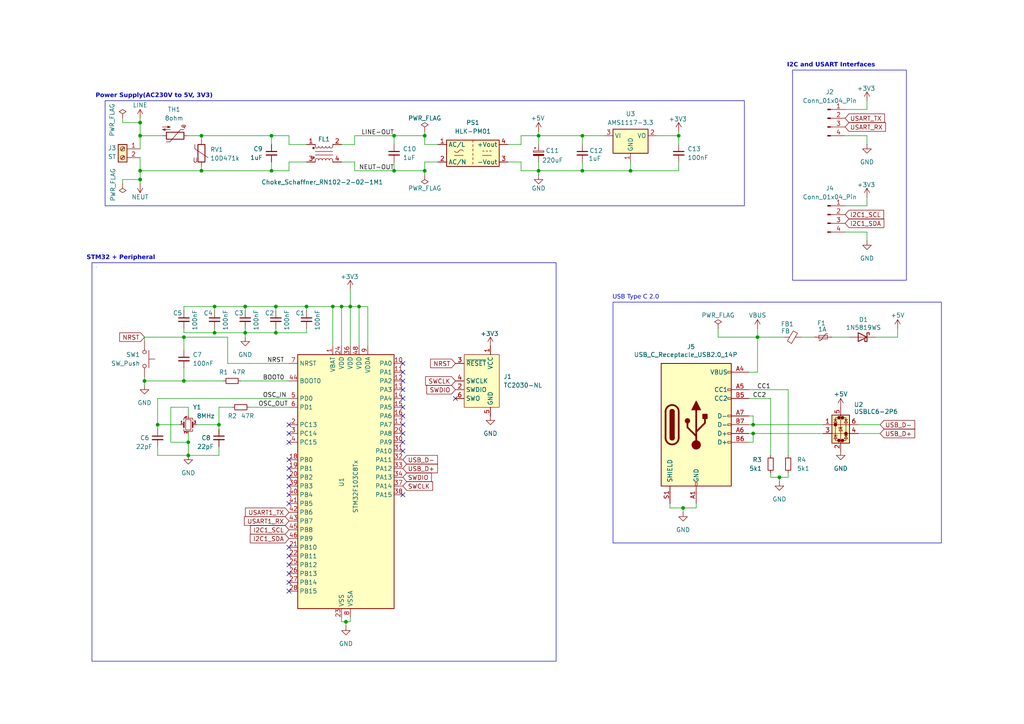
<source format=kicad_sch>
(kicad_sch (version 20231120) (generator "eeschema") (generator_version "8.0")
  (paper "A4")
  (title_block (title "STM32_base") (date "2024-03-10") (rev "0.1") (company "Pyae Sone Heine"))
  (lib_symbols
    (symbol "Connector:Conn_01x04_Pin" (pin_names (offset 1.016) hide)
      (property "Reference" "J" (at 0 5.08 0))
      (property "Value" "Conn_01x04_Pin" (at 0 -7.62 0))
      (symbol "Conn_01x04_Pin_1_1"
        (pin passive line (at 5.08 2.54 180) (length 3.81) (name "Pin_1") (number "1"))
        (pin passive line (at 5.08 0 180) (length 3.81) (name "Pin_2") (number "2"))
        (pin passive line (at 5.08 -2.54 180) (length 3.81) (name "Pin_3") (number "3"))
        (pin passive line (at 5.08 -5.08 180) (length 3.81) (name "Pin_4") (number "4"))
      )
    )
    (symbol "Connector:Conn_ARM_SWD_TagConnect_TC2030-NL" (in_bom no)
      (property "Reference" "J" (at 2.54 11.43 0))
      (property "Value" "Conn_ARM_SWD_TagConnect_TC2030-NL" (at 2.54 8.89 0))
      (symbol "Conn_ARM_SWD_TagConnect_TC2030-NL_0_0"
        (pin power_in line (at -2.54 10.16 270) (length 2.54) (name "VCC") (number "1"))
        (pin bidirectional line (at 7.62 -2.54 180) (length 2.54) (name "SWDIO") (number "2"))
        (pin open_collector line (at 7.62 5.08 180) (length 2.54) (name "~{RESET}") (number "3"))
        (pin output line (at 7.62 0 180) (length 2.54) (name "SWCLK") (number "4"))
        (pin power_in line (at -2.54 -10.16 90) (length 2.54) (name "GND") (number "5"))
        (pin input line (at 7.62 -5.08 180) (length 2.54) (name "SWO") (number "6"))
      )
    )
    (symbol "Connector:Screw_Terminal_01x02" (pin_names (offset 1.016) hide)
      (property "Reference" "J" (at 0 2.54 0))
      (property "Value" "Screw_Terminal_01x02" (at 0 -5.08 0))
      (symbol "Screw_Terminal_01x02_1_1"
        (pin passive line (at -5.08 0 0) (length 3.81) (name "Pin_1") (number "1"))
        (pin passive line (at -5.08 -2.54 0) (length 3.81) (name "Pin_2") (number "2"))
      )
    )
    (symbol "Connector:USB_C_Receptacle_USB2.0_14P" (pin_names (offset 1.016))
      (property "Reference" "J" (at 0 22.225 0))
      (property "Value" "USB_C_Receptacle_USB2.0_14P" (at 0 19.685 0))
      (symbol "USB_C_Receptacle_USB2.0_14P_1_1"
        (pin passive line (at 0 -22.86 90) (length 5.08) (name "GND") (number "A1"))
        (pin passive line (at 0 -22.86 90) (length 5.08) hide (name "GND") (number "A12"))
        (pin passive line (at 15.24 15.24 180) (length 5.08) (name "VBUS") (number "A4"))
        (pin bidirectional line (at 15.24 10.16 180) (length 5.08) (name "CC1") (number "A5"))
        (pin bidirectional line (at 15.24 -2.54 180) (length 5.08) (name "D+") (number "A6"))
        (pin bidirectional line (at 15.24 2.54 180) (length 5.08) (name "D-") (number "A7"))
        (pin passive line (at 15.24 15.24 180) (length 5.08) hide (name "VBUS") (number "A9"))
        (pin passive line (at 0 -22.86 90) (length 5.08) hide (name "GND") (number "B1"))
        (pin passive line (at 0 -22.86 90) (length 5.08) hide (name "GND") (number "B12"))
        (pin passive line (at 15.24 15.24 180) (length 5.08) hide (name "VBUS") (number "B4"))
        (pin bidirectional line (at 15.24 7.62 180) (length 5.08) (name "CC2") (number "B5"))
        (pin bidirectional line (at 15.24 -5.08 180) (length 5.08) (name "D+") (number "B6"))
        (pin bidirectional line (at 15.24 0 180) (length 5.08) (name "D-") (number "B7"))
        (pin passive line (at 15.24 15.24 180) (length 5.08) hide (name "VBUS") (number "B9"))
        (pin passive line (at -7.62 -22.86 90) (length 5.08) (name "SHIELD") (number "S1"))
      )
    )
    (symbol "Converter_ACDC:HLK-PM01"
      (property "Reference" "PS" (at 0 5.08 0))
      (property "Value" "HLK-PM01" (at 0 -5.08 0))
      (symbol "HLK-PM01_1_1"
        (pin power_in line (at -10.16 2.54 0) (length 2.54) (name "AC/L") (number "1"))
        (pin power_in line (at -10.16 -2.54 0) (length 2.54) (name "AC/N") (number "2"))
        (pin power_out line (at 10.16 -2.54 180) (length 2.54) (name "-Vout") (number "3"))
        (pin power_out line (at 10.16 2.54 180) (length 2.54) (name "+Vout") (number "4"))
      )
    )
    (symbol "Device:C_Polarized_Small" (pin_numbers hide) (pin_names (offset 0.254) hide)
      (property "Reference" "C" (at 0.254 1.778 0))
      (property "Value" "C_Polarized_Small" (at 0.254 -2.032 0))
      (symbol "C_Polarized_Small_1_1"
        (pin passive line (at 0 2.54 270) (length 1.8542) (name "~") (number "1"))
        (pin passive line (at 0 -2.54 90) (length 1.8542) (name "~") (number "2"))
      )
    )
    (symbol "Device:C_Small" (pin_numbers hide) (pin_names (offset 0.254) hide)
      (property "Reference" "C" (at 0.254 1.778 0))
      (property "Value" "C_Small" (at 0.254 -2.032 0))
      (symbol "C_Small_1_1"
        (pin passive line (at 0 2.54 270) (length 2.032) (name "~") (number "1"))
        (pin passive line (at 0 -2.54 90) (length 2.032) (name "~") (number "2"))
      )
    )
    (symbol "Device:Crystal_GND24_Small" (pin_names (offset 1.016) hide)
      (property "Reference" "Y" (at 1.27 4.445 0))
      (property "Value" "Crystal_GND24_Small" (at 1.27 2.54 0))
      (symbol "Crystal_GND24_Small_1_1"
        (pin passive line (at -2.54 0 0) (length 1.27) (name "1") (number "1"))
        (pin passive line (at 0 -2.54 90) (length 0.635) (name "2") (number "2"))
        (pin passive line (at 2.54 0 180) (length 1.27) (name "3") (number "3"))
        (pin passive line (at 0 2.54 270) (length 0.635) (name "4") (number "4"))
      )
    )
    (symbol "Device:FerriteBead_Small" (pin_numbers hide) (pin_names (offset 0))
      (property "Reference" "FB" (at 1.905 1.27 0))
      (property "Value" "FerriteBead_Small" (at 1.905 -1.27 0))
      (symbol "FerriteBead_Small_1_1"
        (pin passive line (at 0 2.54 270) (length 1.27) (name "~") (number "1"))
        (pin passive line (at 0 -2.54 90) (length 1.27) (name "~") (number "2"))
      )
    )
    (symbol "Device:Polyfuse_Small" (pin_numbers hide) (pin_names (offset 0))
      (property "Reference" "F" (at -1.905 0 90))
      (property "Value" "Polyfuse_Small" (at 1.905 0 90))
      (symbol "Polyfuse_Small_1_1"
        (pin passive line (at 0 2.54 270) (length 0.635) (name "~") (number "1"))
        (pin passive line (at 0 -2.54 90) (length 0.635) (name "~") (number "2"))
      )
    )
    (symbol "Device:R_Small" (pin_numbers hide) (pin_names (offset 0.254) hide)
      (property "Reference" "R" (at 0.762 0.508 0))
      (property "Value" "R_Small" (at 0.762 -1.016 0))
      (symbol "R_Small_1_1"
        (pin passive line (at 0 2.54 270) (length 0.762) (name "~") (number "1"))
        (pin passive line (at 0 -2.54 90) (length 0.762) (name "~") (number "2"))
      )
    )
    (symbol "Device:Thermistor_NTC" (pin_numbers hide) (pin_names (offset 0))
      (property "Reference" "TH" (at -4.445 0 90))
      (property "Value" "Thermistor_NTC" (at 3.175 0 90))
      (symbol "Thermistor_NTC_1_1"
        (pin passive line (at 0 3.81 270) (length 1.27) (name "~") (number "1"))
        (pin passive line (at 0 -3.81 90) (length 1.27) (name "~") (number "2"))
      )
    )
    (symbol "Device:Varistor" (pin_numbers hide) (pin_names (offset 0))
      (property "Reference" "RV" (at 3.175 0 90))
      (property "Value" "Varistor" (at -3.175 0 90))
      (symbol "Varistor_0_0"
        (text "U" (at -1.778 -2.032 0) (effects (font (size 1.27 1.27))))
      )
      (symbol "Varistor_1_1"
        (pin passive line (at 0 3.81 270) (length 1.27) (name "~") (number "1"))
        (pin passive line (at 0 -3.81 90) (length 1.27) (name "~") (number "2"))
      )
    )
    (symbol "Diode:1N5819WS" (pin_numbers hide) (pin_names (offset 1.016) hide)
      (property "Reference" "D" (at 0 2.54 0))
      (property "Value" "1N5819WS" (at 0 -2.54 0))
      (symbol "1N5819WS_1_1"
        (pin passive line (at -3.81 0 0) (length 2.54) (name "K") (number "1"))
        (pin passive line (at 3.81 0 180) (length 2.54) (name "A") (number "2"))
      )
    )
    (symbol "Filter:Choke_Schaffner_RN102-2-02-1M1" (pin_names hide)
      (property "Reference" "FL" (at 0 5.08 0))
      (property "Value" "Choke_Schaffner_RN102-2-02-1M1" (at 0 -5.08 0))
      (symbol "Choke_Schaffner_RN102-2-02-1M1_1_1"
        (pin passive line (at -5.08 2.54 0) (length 2.54) (name "1") (number "1"))
        (pin passive line (at 5.08 2.54 180) (length 2.54) (name "2") (number "2"))
        (pin passive line (at -5.08 -2.54 0) (length 2.54) (name "3") (number "3"))
        (pin passive line (at 5.08 -2.54 180) (length 2.54) (name "4") (number "4"))
      )
    )
    (symbol "GND_1" (power) (pin_numbers hide) (pin_names (offset 0) hide)
      (property "Value" "GND" (at 0 -3.81 0))
      (symbol "GND_1_1_1"
        (pin power_in line (at 0 0 270) (length 0) (name "~") (number "1"))
      )
    )
    (symbol "GND_2" (power) (pin_numbers hide) (pin_names (offset 0) hide)
      (property "Value" "GND" (at 0 -3.81 0))
      (symbol "GND_2_1_1"
        (pin power_in line (at 0 0 270) (length 0) (name "~") (number "1"))
      )
    )
    (symbol "GND_3" (power) (pin_numbers hide) (pin_names (offset 0) hide)
      (property "Value" "GND" (at 0 -3.81 0))
      (symbol "GND_3_1_1"
        (pin power_in line (at 0 0 270) (length 0) (name "~") (number "1"))
      )
    )
    (symbol "MCU_ST_STM32F1:STM32F103C8Tx"
      (property "Reference" "U" (at -12.7 39.37 0))
      (property "Value" "STM32F103C8Tx" (at 10.16 39.37 0))
      (symbol "STM32F103C8Tx_1_1"
        (pin power_in line (at -2.54 40.64 270) (length 2.54) (name "VBAT") (number "1"))
        (pin bidirectional line (at 17.78 35.56 180) (length 2.54) (name "PA0") (number "10"))
        (pin bidirectional line (at 17.78 33.02 180) (length 2.54) (name "PA1") (number "11"))
        (pin bidirectional line (at 17.78 30.48 180) (length 2.54) (name "PA2") (number "12"))
        (pin bidirectional line (at 17.78 27.94 180) (length 2.54) (name "PA3") (number "13"))
        (pin bidirectional line (at 17.78 25.4 180) (length 2.54) (name "PA4") (number "14"))
        (pin bidirectional line (at 17.78 22.86 180) (length 2.54) (name "PA5") (number "15"))
        (pin bidirectional line (at 17.78 20.32 180) (length 2.54) (name "PA6") (number "16"))
        (pin bidirectional line (at 17.78 17.78 180) (length 2.54) (name "PA7") (number "17"))
        (pin bidirectional line (at -15.24 7.62 0) (length 2.54) (name "PB0") (number "18"))
        (pin bidirectional line (at -15.24 5.08 0) (length 2.54) (name "PB1") (number "19"))
        (pin bidirectional line (at -15.24 17.78 0) (length 2.54) (name "PC13") (number "2"))
        (pin bidirectional line (at -15.24 2.54 0) (length 2.54) (name "PB2") (number "20"))
        (pin bidirectional line (at -15.24 -17.78 0) (length 2.54) (name "PB10") (number "21"))
        (pin bidirectional line (at -15.24 -20.32 0) (length 2.54) (name "PB11") (number "22"))
        (pin power_in line (at 0 -38.1 90) (length 2.54) (name "VSS") (number "23"))
        (pin power_in line (at 0 40.64 270) (length 2.54) (name "VDD") (number "24"))
        (pin bidirectional line (at -15.24 -22.86 0) (length 2.54) (name "PB12") (number "25"))
        (pin bidirectional line (at -15.24 -25.4 0) (length 2.54) (name "PB13") (number "26"))
        (pin bidirectional line (at -15.24 -27.94 0) (length 2.54) (name "PB14") (number "27"))
        (pin bidirectional line (at -15.24 -30.48 0) (length 2.54) (name "PB15") (number "28"))
        (pin bidirectional line (at 17.78 15.24 180) (length 2.54) (name "PA8") (number "29"))
        (pin bidirectional line (at -15.24 15.24 0) (length 2.54) (name "PC14") (number "3"))
        (pin bidirectional line (at 17.78 12.7 180) (length 2.54) (name "PA9") (number "30"))
        (pin bidirectional line (at 17.78 10.16 180) (length 2.54) (name "PA10") (number "31"))
        (pin bidirectional line (at 17.78 7.62 180) (length 2.54) (name "PA11") (number "32"))
        (pin bidirectional line (at 17.78 5.08 180) (length 2.54) (name "PA12") (number "33"))
        (pin bidirectional line (at 17.78 2.54 180) (length 2.54) (name "PA13") (number "34"))
        (pin passive line (at 0 -38.1 90) (length 2.54) hide (name "VSS") (number "35"))
        (pin power_in line (at 2.54 40.64 270) (length 2.54) (name "VDD") (number "36"))
        (pin bidirectional line (at 17.78 0 180) (length 2.54) (name "PA14") (number "37"))
        (pin bidirectional line (at 17.78 -2.54 180) (length 2.54) (name "PA15") (number "38"))
        (pin bidirectional line (at -15.24 0 0) (length 2.54) (name "PB3") (number "39"))
        (pin bidirectional line (at -15.24 12.7 0) (length 2.54) (name "PC15") (number "4"))
        (pin bidirectional line (at -15.24 -2.54 0) (length 2.54) (name "PB4") (number "40"))
        (pin bidirectional line (at -15.24 -5.08 0) (length 2.54) (name "PB5") (number "41"))
        (pin bidirectional line (at -15.24 -7.62 0) (length 2.54) (name "PB6") (number "42"))
        (pin bidirectional line (at -15.24 -10.16 0) (length 2.54) (name "PB7") (number "43"))
        (pin input line (at -15.24 30.48 0) (length 2.54) (name "BOOT0") (number "44"))
        (pin bidirectional line (at -15.24 -12.7 0) (length 2.54) (name "PB8") (number "45"))
        (pin bidirectional line (at -15.24 -15.24 0) (length 2.54) (name "PB9") (number "46"))
        (pin passive line (at 0 -38.1 90) (length 2.54) hide (name "VSS") (number "47"))
        (pin power_in line (at 5.08 40.64 270) (length 2.54) (name "VDD") (number "48"))
        (pin bidirectional line (at -15.24 25.4 0) (length 2.54) (name "PD0") (number "5"))
        (pin bidirectional line (at -15.24 22.86 0) (length 2.54) (name "PD1") (number "6"))
        (pin input line (at -15.24 35.56 0) (length 2.54) (name "NRST") (number "7"))
        (pin power_in line (at 2.54 -38.1 90) (length 2.54) (name "VSSA") (number "8"))
        (pin power_in line (at 7.62 40.64 270) (length 2.54) (name "VDDA") (number "9"))
      )
    )
    (symbol "Power_Protection:USBLC6-2P6" (pin_names hide)
      (property "Reference" "U" (at 0.635 5.715 0))
      (property "Value" "USBLC6-2P6" (at 0.635 3.81 0))
      (symbol "USBLC6-2P6_1_1"
        (pin passive line (at -5.08 0 0) (length 2.54) (name "I/O1") (number "1"))
        (pin passive line (at 0 -7.62 90) (length 2.54) (name "GND") (number "2"))
        (pin passive line (at -5.08 -2.54 0) (length 2.54) (name "I/O2") (number "3"))
        (pin passive line (at 5.08 -2.54 180) (length 2.54) (name "I/O2") (number "4"))
        (pin passive line (at 0 5.08 270) (length 2.54) (name "VBUS") (number "5"))
        (pin passive line (at 5.08 0 180) (length 2.54) (name "I/O1") (number "6"))
      )
    )
    (symbol "Regulator_Linear:AMS1117-3.3"
      (property "Reference" "U" (at -3.81 3.175 0))
      (property "Value" "AMS1117-3.3" (at 0 3.175 0))
      (symbol "AMS1117-3.3_1_1"
        (pin power_in line (at 0 -7.62 90) (length 2.54) (name "GND") (number "1"))
        (pin power_out line (at 7.62 0 180) (length 2.54) (name "VO") (number "2"))
        (pin power_in line (at -7.62 0 0) (length 2.54) (name "VI") (number "3"))
      )
    )
    (symbol "Switch:SW_Push" (pin_numbers hide) (pin_names (offset 1.016) hide)
      (property "Reference" "SW" (at 1.27 2.54 0))
      (property "Value" "SW_Push" (at 0 -1.524 0))
      (symbol "SW_Push_0_1"
        (pin passive line (at -5.08 0 0) (length 2.54) (name "1") (number "1"))
        (pin passive line (at 5.08 0 180) (length 2.54) (name "2") (number "2"))
      )
    )
    (symbol "power:+3V3" (power) (pin_numbers hide) (pin_names (offset 0) hide)
      (property "Value" "+3V3" (at 0 3.556 0))
      (symbol "+3V3_1_1"
        (pin power_in line (at 0 0 90) (length 0) (name "~") (number "1"))
      )
    )
    (symbol "power:+5V" (power) (pin_numbers hide) (pin_names (offset 0) hide)
      (property "Value" "+5V" (at 0 3.556 0))
      (symbol "+5V_1_1"
        (pin power_in line (at 0 0 90) (length 0) (name "~") (number "1"))
      )
    )
    (symbol "power:GND" (power) (pin_names (offset 0))
      (property "Value" "GND" (at 0 -3.81 0))
      (symbol "GND_1_1"
        (pin power_in line (at 0 0 270) (length 0) hide (name "GND") (number "1"))
      )
    )
    (symbol "power:LINE" (power) (pin_numbers hide) (pin_names (offset 0) hide)
      (property "Value" "LINE" (at 0 3.556 0))
      (symbol "LINE_1_1"
        (pin power_in line (at 0 0 90) (length 0) (name "~") (number "1"))
      )
    )
    (symbol "power:NEUT" (power) (pin_numbers hide) (pin_names (offset 0) hide)
      (property "Value" "NEUT" (at 0 3.556 0))
      (symbol "NEUT_1_1"
        (pin power_in line (at 0 0 90) (length 0) (name "~") (number "1"))
      )
    )
    (symbol "power:PWR_FLAG" (power) (pin_numbers hide) (pin_names (offset 0) hide)
      (property "Value" "PWR_FLAG" (at 0 3.81 0))
      (symbol "PWR_FLAG_0_0"
        (pin power_out line (at 0 0 90) (length 0) (name "~") (number "1"))
      )
    )
    (symbol "power:VBUS" (power) (pin_numbers hide) (pin_names (offset 0) hide)
      (property "Value" "VBUS" (at 0 3.556 0))
      (symbol "VBUS_1_1"
        (pin power_in line (at 0 0 90) (length 0) (name "~") (number "1"))
      )
    )
  )
  (junction (at 54.61 132.08))
  (junction (at 196.85 39.37))
  (junction (at 123.19 49.53))
  (junction (at 101.6 88.9))
  (junction (at 218.44 125.73))
  (junction (at 40.64 35.56))
  (junction (at 182.88 49.53))
  (junction (at 41.91 110.49))
  (junction (at 88.9 88.9))
  (junction (at 40.64 39.37))
  (junction (at 219.71 97.79))
  (junction (at 168.91 39.37))
  (junction (at 53.34 97.79))
  (junction (at 168.91 49.53))
  (junction (at 40.64 49.53))
  (junction (at 62.23 96.52))
  (junction (at 71.12 96.52))
  (junction (at 62.23 88.9))
  (junction (at 96.52 88.9))
  (junction (at 226.06 138.43))
  (junction (at 40.64 52.07))
  (junction (at 198.12 147.32))
  (junction (at 80.01 96.52))
  (junction (at 114.3 39.37))
  (junction (at 123.19 39.37))
  (junction (at 156.21 49.53))
  (junction (at 78.74 49.53))
  (junction (at 71.12 88.9))
  (junction (at 100.33 180.34))
  (junction (at 218.44 123.19))
  (junction (at 54.61 128.27))
  (junction (at 156.21 39.37))
  (junction (at 45.72 123.19))
  (junction (at 78.74 39.37))
  (junction (at 80.01 88.9))
  (junction (at 104.14 88.9))
  (junction (at 114.3 49.53))
  (junction (at 58.42 49.53))
  (junction (at 53.34 110.49))
  (junction (at 63.5 123.19))
  (junction (at 58.42 39.37))
  (junction (at 99.06 88.9))
  (no_connect (at 116.84 143.51))
  (no_connect (at 83.82 138.43))
  (no_connect (at 83.82 161.29))
  (no_connect (at 116.84 128.27))
  (no_connect (at 116.84 107.95))
  (no_connect (at 83.82 135.89))
  (no_connect (at 83.82 125.73))
  (no_connect (at 83.82 123.19))
  (no_connect (at 116.84 123.19))
  (no_connect (at 83.82 143.51))
  (no_connect (at 83.82 158.75))
  (no_connect (at 116.84 115.57))
  (no_connect (at 116.84 113.03))
  (no_connect (at 83.82 168.91))
  (no_connect (at 83.82 171.45))
  (no_connect (at 83.82 133.35))
  (no_connect (at 83.82 128.27))
  (no_connect (at 116.84 110.49))
  (no_connect (at 116.84 120.65))
  (no_connect (at 116.84 105.41))
  (no_connect (at 83.82 140.97))
  (no_connect (at 83.82 146.05))
  (no_connect (at 116.84 130.81))
  (no_connect (at 132.08 115.57))
  (no_connect (at 116.84 118.11))
  (no_connect (at 116.84 125.73))
  (no_connect (at 83.82 166.37))
  (no_connect (at 83.82 163.83))
  (wire (pts (xy 53.34 110.49) (xy 64.77 110.49)))
  (wire (pts (xy 96.52 88.9) (xy 96.52 100.33)))
  (wire (pts (xy 96.52 88.9) (xy 99.06 88.9)))
  (wire (pts (xy 168.91 46.99) (xy 168.91 49.53)))
  (wire (pts (xy 99.06 180.34) (xy 100.33 180.34)))
  (wire (pts (xy 101.6 179.07) (xy 101.6 180.34)))
  (wire (pts (xy 218.44 125.73) (xy 218.44 128.27)))
  (wire (pts (xy 78.74 46.99) (xy 78.74 49.53)))
  (wire (pts (xy 53.34 97.79) (xy 66.04 97.79)))
  (wire (pts (xy 62.23 88.9) (xy 71.12 88.9)))
  (wire (pts (xy 218.44 120.65) (xy 217.17 120.65)))
  (wire (pts (xy 151.13 39.37) (xy 156.21 39.37)))
  (wire (pts (xy 251.46 59.69) (xy 245.11 59.69)))
  (wire (pts (xy 223.52 115.57) (xy 223.52 132.08)))
  (wire (pts (xy 101.6 83.82) (xy 101.6 88.9)))
  (wire (pts (xy 53.34 95.25) (xy 53.34 96.52)))
  (wire (pts (xy 208.28 95.25) (xy 208.28 97.79)))
  (wire (pts (xy 71.12 95.25) (xy 71.12 96.52)))
  (wire (pts (xy 104.14 88.9) (xy 106.68 88.9)))
  (wire (pts (xy 45.72 123.19) (xy 52.07 123.19)))
  (wire (pts (xy 218.44 120.65) (xy 218.44 123.19)))
  (wire (pts (xy 99.06 88.9) (xy 99.06 100.33)))
  (wire (pts (xy 123.19 39.37) (xy 123.19 41.91)))
  (wire (pts (xy 245.11 67.31) (xy 251.46 67.31)))
  (wire (pts (xy 106.68 88.9) (xy 106.68 100.33)))
  (wire (pts (xy 217.17 113.03) (xy 228.6 113.03)))
  (wire (pts (xy 100.33 180.34) (xy 100.33 181.61)))
  (wire (pts (xy 196.85 49.53) (xy 182.88 49.53)))
  (wire (pts (xy 54.61 128.27) (xy 54.61 132.08)))
  (wire (pts (xy 80.01 96.52) (xy 80.01 95.25)))
  (wire (pts (xy 63.5 132.08) (xy 54.61 132.08)))
  (wire (pts (xy 217.17 107.95) (xy 219.71 107.95)))
  (wire (pts (xy 41.91 110.49) (xy 41.91 111.76)))
  (wire (pts (xy 102.87 39.37) (xy 114.3 39.37)))
  (wire (pts (xy 78.74 39.37) (xy 78.74 41.91)))
  (wire (pts (xy 156.21 39.37) (xy 156.21 41.91)))
  (wire (pts (xy 99.06 88.9) (xy 101.6 88.9)))
  (wire (pts (xy 196.85 39.37) (xy 190.5 39.37)))
  (wire (pts (xy 123.19 46.99) (xy 127 46.99)))
  (wire (pts (xy 156.21 46.99) (xy 156.21 49.53)))
  (wire (pts (xy 196.85 39.37) (xy 196.85 41.91)))
  (wire (pts (xy 40.64 52.07) (xy 40.64 53.34)))
  (wire (pts (xy 219.71 97.79) (xy 219.71 107.95)))
  (wire (pts (xy 41.91 110.49) (xy 53.34 110.49)))
  (wire (pts (xy 248.92 123.19) (xy 255.27 123.19)))
  (wire (pts (xy 101.6 88.9) (xy 104.14 88.9)))
  (wire (pts (xy 217.17 115.57) (xy 223.52 115.57)))
  (wire (pts (xy 71.12 96.52) (xy 71.12 97.79)))
  (wire (pts (xy 114.3 49.53) (xy 114.3 46.99)))
  (wire (pts (xy 54.61 120.65) (xy 54.61 118.11)))
  (wire (pts (xy 151.13 41.91) (xy 151.13 39.37)))
  (wire (pts (xy 223.52 137.16) (xy 223.52 138.43)))
  (wire (pts (xy 72.39 118.11) (xy 83.82 118.11)))
  (wire (pts (xy 254 97.79) (xy 260.35 97.79)))
  (wire (pts (xy 228.6 138.43) (xy 228.6 137.16)))
  (wire (pts (xy 53.34 90.17) (xy 53.34 88.9)))
  (wire (pts (xy 251.46 67.31) (xy 251.46 69.85)))
  (wire (pts (xy 182.88 46.99) (xy 182.88 49.53)))
  (wire (pts (xy 83.82 49.53) (xy 83.82 46.99)))
  (wire (pts (xy 45.72 123.19) (xy 45.72 124.46)))
  (wire (pts (xy 102.87 46.99) (xy 99.06 46.99)))
  (wire (pts (xy 168.91 39.37) (xy 175.26 39.37)))
  (wire (pts (xy 217.17 123.19) (xy 218.44 123.19)))
  (wire (pts (xy 58.42 39.37) (xy 78.74 39.37)))
  (wire (pts (xy 88.9 88.9) (xy 88.9 90.17)))
  (wire (pts (xy 102.87 49.53) (xy 102.87 46.99)))
  (wire (pts (xy 114.3 39.37) (xy 114.3 41.91)))
  (wire (pts (xy 241.3 97.79) (xy 246.38 97.79)))
  (wire (pts (xy 40.64 35.56) (xy 40.64 39.37)))
  (wire (pts (xy 62.23 88.9) (xy 62.23 90.17)))
  (wire (pts (xy 156.21 49.53) (xy 151.13 49.53)))
  (wire (pts (xy 201.93 146.05) (xy 201.93 147.32)))
  (wire (pts (xy 63.5 118.11) (xy 67.31 118.11)))
  (wire (pts (xy 40.64 34.29) (xy 40.64 35.56)))
  (wire (pts (xy 88.9 96.52) (xy 88.9 95.25)))
  (wire (pts (xy 223.52 138.43) (xy 226.06 138.43)))
  (wire (pts (xy 251.46 39.37) (xy 251.46 41.91)))
  (wire (pts (xy 40.64 49.53) (xy 58.42 49.53)))
  (wire (pts (xy 226.06 138.43) (xy 226.06 139.7)))
  (wire (pts (xy 168.91 39.37) (xy 168.91 41.91)))
  (wire (pts (xy 251.46 31.75) (xy 245.11 31.75)))
  (wire (pts (xy 218.44 125.73) (xy 238.76 125.73)))
  (wire (pts (xy 101.6 88.9) (xy 101.6 100.33)))
  (wire (pts (xy 123.19 46.99) (xy 123.19 49.53)))
  (wire (pts (xy 41.91 97.79) (xy 41.91 99.06)))
  (wire (pts (xy 83.82 41.91) (xy 88.9 41.91)))
  (wire (pts (xy 123.19 41.91) (xy 127 41.91)))
  (wire (pts (xy 71.12 88.9) (xy 80.01 88.9)))
  (wire (pts (xy 245.11 39.37) (xy 251.46 39.37)))
  (wire (pts (xy 45.72 132.08) (xy 54.61 132.08)))
  (wire (pts (xy 53.34 106.68) (xy 53.34 110.49)))
  (wire (pts (xy 123.19 49.53) (xy 114.3 49.53)))
  (wire (pts (xy 196.85 38.1) (xy 196.85 39.37)))
  (wire (pts (xy 147.32 46.99) (xy 151.13 46.99)))
  (wire (pts (xy 232.41 97.79) (xy 236.22 97.79)))
  (wire (pts (xy 194.31 147.32) (xy 198.12 147.32)))
  (wire (pts (xy 45.72 115.57) (xy 45.72 123.19)))
  (wire (pts (xy 123.19 49.53) (xy 123.19 50.8)))
  (wire (pts (xy 54.61 118.11) (xy 49.53 118.11)))
  (wire (pts (xy 63.5 129.54) (xy 63.5 132.08)))
  (wire (pts (xy 198.12 147.32) (xy 198.12 148.59)))
  (wire (pts (xy 151.13 49.53) (xy 151.13 46.99)))
  (wire (pts (xy 49.53 118.11) (xy 49.53 128.27)))
  (wire (pts (xy 156.21 38.1) (xy 156.21 39.37)))
  (wire (pts (xy 35.56 35.56) (xy 40.64 35.56)))
  (wire (pts (xy 69.85 110.49) (xy 83.82 110.49)))
  (wire (pts (xy 63.5 123.19) (xy 63.5 118.11)))
  (wire (pts (xy 53.34 96.52) (xy 62.23 96.52)))
  (wire (pts (xy 80.01 88.9) (xy 80.01 90.17)))
  (wire (pts (xy 62.23 95.25) (xy 62.23 96.52)))
  (wire (pts (xy 78.74 49.53) (xy 58.42 49.53)))
  (wire (pts (xy 66.04 105.41) (xy 83.82 105.41)))
  (wire (pts (xy 40.64 49.53) (xy 40.64 45.72)))
  (wire (pts (xy 228.6 113.03) (xy 228.6 132.08)))
  (wire (pts (xy 194.31 146.05) (xy 194.31 147.32)))
  (wire (pts (xy 156.21 39.37) (xy 168.91 39.37)))
  (wire (pts (xy 53.34 88.9) (xy 62.23 88.9)))
  (wire (pts (xy 218.44 123.19) (xy 238.76 123.19)))
  (wire (pts (xy 63.5 123.19) (xy 63.5 124.46)))
  (wire (pts (xy 41.91 110.49) (xy 41.91 109.22)))
  (wire (pts (xy 62.23 96.52) (xy 71.12 96.52)))
  (wire (pts (xy 45.72 115.57) (xy 83.82 115.57)))
  (wire (pts (xy 182.88 49.53) (xy 168.91 49.53)))
  (wire (pts (xy 78.74 49.53) (xy 83.82 49.53)))
  (wire (pts (xy 218.44 125.73) (xy 217.17 125.73)))
  (wire (pts (xy 251.46 57.15) (xy 251.46 59.69)))
  (wire (pts (xy 35.56 34.29) (xy 35.56 35.56)))
  (wire (pts (xy 219.71 97.79) (xy 227.33 97.79)))
  (wire (pts (xy 114.3 39.37) (xy 123.19 39.37)))
  (wire (pts (xy 71.12 96.52) (xy 80.01 96.52)))
  (wire (pts (xy 78.74 39.37) (xy 83.82 39.37)))
  (wire (pts (xy 102.87 41.91) (xy 99.06 41.91)))
  (wire (pts (xy 66.04 97.79) (xy 66.04 105.41)))
  (wire (pts (xy 88.9 88.9) (xy 96.52 88.9)))
  (wire (pts (xy 102.87 49.53) (xy 114.3 49.53)))
  (wire (pts (xy 53.34 97.79) (xy 53.34 101.6)))
  (wire (pts (xy 147.32 41.91) (xy 151.13 41.91)))
  (wire (pts (xy 123.19 38.1) (xy 123.19 39.37)))
  (wire (pts (xy 251.46 29.21) (xy 251.46 31.75)))
  (wire (pts (xy 58.42 39.37) (xy 58.42 40.64)))
  (wire (pts (xy 35.56 53.34) (xy 35.56 52.07)))
  (wire (pts (xy 208.28 97.79) (xy 219.71 97.79)))
  (wire (pts (xy 196.85 46.99) (xy 196.85 49.53)))
  (wire (pts (xy 156.21 49.53) (xy 156.21 50.8)))
  (wire (pts (xy 201.93 147.32) (xy 198.12 147.32)))
  (wire (pts (xy 40.64 43.18) (xy 40.64 39.37)))
  (wire (pts (xy 49.53 128.27) (xy 54.61 128.27)))
  (wire (pts (xy 260.35 95.25) (xy 260.35 97.79)))
  (wire (pts (xy 41.91 97.79) (xy 53.34 97.79)))
  (wire (pts (xy 248.92 125.73) (xy 255.27 125.73)))
  (wire (pts (xy 226.06 138.43) (xy 228.6 138.43)))
  (wire (pts (xy 80.01 96.52) (xy 88.9 96.52)))
  (wire (pts (xy 83.82 39.37) (xy 83.82 41.91)))
  (wire (pts (xy 45.72 129.54) (xy 45.72 132.08)))
  (wire (pts (xy 57.15 123.19) (xy 63.5 123.19)))
  (wire (pts (xy 218.44 128.27) (xy 217.17 128.27)))
  (wire (pts (xy 99.06 179.07) (xy 99.06 180.34)))
  (wire (pts (xy 40.64 39.37) (xy 46.99 39.37)))
  (wire (pts (xy 219.71 95.25) (xy 219.71 97.79)))
  (wire (pts (xy 83.82 46.99) (xy 88.9 46.99)))
  (wire (pts (xy 58.42 48.26) (xy 58.42 49.53)))
  (wire (pts (xy 54.61 39.37) (xy 58.42 39.37)))
  (wire (pts (xy 168.91 49.53) (xy 156.21 49.53)))
  (wire (pts (xy 102.87 39.37) (xy 102.87 41.91)))
  (wire (pts (xy 54.61 125.73) (xy 54.61 128.27)))
  (wire (pts (xy 35.56 52.07) (xy 40.64 52.07)))
  (wire (pts (xy 40.64 49.53) (xy 40.64 52.07)))
  (wire (pts (xy 80.01 88.9) (xy 88.9 88.9)))
  (wire (pts (xy 101.6 180.34) (xy 100.33 180.34)))
  (wire (pts (xy 104.14 88.9) (xy 104.14 100.33)))
  (wire (pts (xy 71.12 88.9) (xy 71.12 90.17)))
  (rectangle (start 229.87 20.32) (end 262.89 81.28))
  (rectangle (start 177.8 87.63) (end 273.05 157.48))
  (rectangle (start 30.48 29.21) (end 215.9 59.69))
  (rectangle (start 27.94 77.47) (end 27.94 77.47))
  (rectangle (start 26.67 76.2) (end 161.29 191.77))
  (text "I2C and USART Interfaces" (at 241.046 19.304 0) (effects (font (size 1.27 1.27) (thickness 0.254) (bold yes))))
  (text "STM32 + Peripheral" (at 35.052 75.184 0) (effects (font (size 1.27 1.27) (thickness 0.254) (bold yes))))
  (text "Power Supply(AC230V to 5V, 3V3)" (at 44.704 28.194 0) (effects (font (size 1.27 1.27) (thickness 0.254) (bold yes))))
  (text "USB Type C 2.0" (at 184.404 86.614 0) (effects (font (size 1.27 1.27))))
  (label "OSC_IN" (at 76.2 115.57 0))
  (label "LINE-OUT" (at 114.3 39.37 180))
  (label "BOOT0" (at 76.2 110.49 0))
  (label "CC2" (at 222.25 115.57 180))
  (label "NEUT-OUT" (at 114.3 49.53 180))
  (label "CC1" (at 223.52 113.03 180))
  (label "OSC_OUT" (at 74.93 118.11 0))
  (label "NRST" (at 77.47 105.41 0))
  (global_label "I2C1_SDA" (shape input) (at 245.11 64.77 0) (property "Intersheetrefs" "${INTERSHEET_REFS}" (effects (hide yes))))
  (global_label "USB_D-" (shape input) (at 255.27 123.19 0) (property "Intersheetrefs" "${INTERSHEET_REFS}" (effects (hide yes))))
  (global_label "USART_TX" (shape input) (at 245.11 34.29 0) (property "Intersheetrefs" "${INTERSHEET_REFS}" (effects (hide yes))))
  (global_label "USB_D-" (shape input) (at 116.84 133.35 0) (property "Intersheetrefs" "${INTERSHEET_REFS}" (effects (hide yes))))
  (global_label "USB_D+" (shape input) (at 116.84 135.89 0) (property "Intersheetrefs" "${INTERSHEET_REFS}" (effects (hide yes))))
  (global_label "USART1_TX" (shape input) (at 83.82 148.59 180) (property "Intersheetrefs" "${INTERSHEET_REFS}" (effects (hide yes))))
  (global_label "NRST" (shape input) (at 132.08 105.41 180) (property "Intersheetrefs" "${INTERSHEET_REFS}" (effects (hide yes))))
  (global_label "SWDIO" (shape input) (at 132.08 113.03 180) (property "Intersheetrefs" "${INTERSHEET_REFS}" (effects (hide yes))))
  (global_label "I2C1_SCL" (shape input) (at 83.82 153.67 180) (property "Intersheetrefs" "${INTERSHEET_REFS}" (effects (hide yes))))
  (global_label "SWDIO" (shape input) (at 116.84 138.43 0) (property "Intersheetrefs" "${INTERSHEET_REFS}" (effects (hide yes))))
  (global_label "I2C1_SCL" (shape input) (at 245.11 62.23 0) (property "Intersheetrefs" "${INTERSHEET_REFS}" (effects (hide yes))))
  (global_label "NRST" (shape input) (at 41.91 97.79 180) (property "Intersheetrefs" "${INTERSHEET_REFS}" (effects (hide yes))))
  (global_label "SWCLK" (shape input) (at 116.84 140.97 0) (property "Intersheetrefs" "${INTERSHEET_REFS}" (effects (hide yes))))
  (global_label "USART1_RX" (shape input) (at 83.82 151.13 180) (property "Intersheetrefs" "${INTERSHEET_REFS}" (effects (hide yes))))
  (global_label "USB_D+" (shape input) (at 255.27 125.73 0) (property "Intersheetrefs" "${INTERSHEET_REFS}" (effects (hide yes))))
  (global_label "USART_RX" (shape input) (at 245.11 36.83 0) (property "Intersheetrefs" "${INTERSHEET_REFS}" (effects (hide yes))))
  (global_label "I2C1_SDA" (shape input) (at 83.82 156.21 180) (property "Intersheetrefs" "${INTERSHEET_REFS}" (effects (hide yes))))
  (global_label "SWCLK" (shape input) (at 132.08 110.49 180) (property "Intersheetrefs" "${INTERSHEET_REFS}" (effects (hide yes))))
  (symbol (lib_id "Regulator_Linear:AMS1117-3.3") (at 182.88 39.37 0) (unit 1)
    (property "Reference" "U3" (at 182.88 33.02 0))
    (property "Value" "AMS1117-3.3" (at 182.88 35.56 0))
    (property "Footprint" "Package_TO_SOT_SMD:SOT-223-3_TabPin2" (effects (hide yes)))
    (property "Datasheet" "http://www.advanced-monolithic.com/pdf/ds1117.pdf" (effects (hide yes)))
    (property "Description" "1A Low Dropout regulator, positive, 3.3V fixed output, SOT-223" (effects (hide yes)))
  )
  (symbol (lib_id "power:+5V") (at 243.84 118.11 0) (unit 1)
    (property "Reference" "#PWR018" (effects (hide yes)))
    (property "Value" "+5V" (at 243.84 114.3 0))
    (property "Description" "Power symbol creates a global label with name \"+5V\"" (effects (hide yes)))
  )
  (symbol (lib_id "Device:C_Small") (at 71.12 92.71 0) (unit 1)
    (property "Reference" "C3" (at 67.945 90.805 0) (effects (justify left)))
    (property "Value" "100nF" (at 74.295 95.885 90) (effects (justify left)))
    (property "Footprint" "Capacitor_SMD:C_0402_1005Metric" (effects (hide yes)))
  )
  (symbol (lib_id "Device:FerriteBead_Small") (at 229.87 97.79 90) (unit 1)
    (property "Reference" "FB1" (at 228.346 93.98 90))
    (property "Value" "FB" (at 227.838 96.012 90))
    (property "Footprint" "Inductor_SMD:L_0603_1608Metric" (effects (hide yes)))
    (property "Description" "Ferrite bead, small symbol" (effects (hide yes)))
  )
  (symbol (lib_id "power:GND") (at 41.91 111.76 0) (unit 1)
    (property "Reference" "#PWR03" (effects (hide yes)))
    (property "Value" "GND" (at 41.91 116.84 0))
  )
  (symbol (lib_id "Device:C_Small") (at 53.34 104.14 0) (unit 1)
    (property "Reference" "C7" (at 55.88 102.8763 0) (effects (justify left)))
    (property "Value" "100nF" (at 55.88 105.4163 0) (effects (justify left)))
    (property "Footprint" "Capacitor_SMD:C_0402_1005Metric" (effects (hide yes)))
  )
  (symbol (lib_id "Device:C_Small") (at 53.34 92.71 0) (unit 1)
    (property "Reference" "C5" (at 50.165 90.805 0) (effects (justify left)))
    (property "Value" "100nF" (at 56.515 95.885 90) (effects (justify left)))
    (property "Footprint" "Capacitor_SMD:C_0402_1005Metric" (effects (hide yes)))
  )
  (symbol (lib_name "GND_1") (lib_id "power:GND") (at 142.24 120.65 0) (unit 1)
    (property "Reference" "#PWR07" (effects (hide yes)))
    (property "Value" "GND" (at 142.24 125.73 0))
    (property "Description" "Power symbol creates a global label with name \"GND\" , ground" (effects (hide yes)))
  )
  (symbol (lib_id "Device:C_Small") (at 88.9 92.71 0) (unit 1)
    (property "Reference" "C1" (at 85.725 90.805 0) (effects (justify left)))
    (property "Value" "100nF" (at 92.075 95.885 90) (effects (justify left)))
    (property "Footprint" "Capacitor_SMD:C_0402_1005Metric" (effects (hide yes)))
  )
  (symbol (lib_id "power:PWR_FLAG") (at 123.19 38.1 0) (unit 1)
    (property "Reference" "#FLG04" (effects (hide yes)))
    (property "Value" "PWR_FLAG" (at 123.19 34.29 0))
    (property "Description" "Special symbol for telling ERC where power comes from" (effects (hide yes)))
  )
  (symbol (lib_id "power:GND") (at 71.12 97.79 0) (unit 1)
    (property "Reference" "#PWR02" (effects (hide yes)))
    (property "Value" "GND" (at 71.12 102.87 0))
  )
  (symbol (lib_id "Converter_ACDC:HLK-PM01") (at 137.16 44.45 0) (unit 1)
    (property "Reference" "PS1" (at 137.16 35.56 0))
    (property "Value" "HLK-PM01" (at 137.16 38.1 0))
    (property "Footprint" "Converter_ACDC:Converter_ACDC_Hi-Link_HLK-PMxx" (effects (hide yes)))
    (property "Datasheet" "https://h.hlktech.com/download/ACDC%E7%94%B5%E6%BA%90%E6%A8%A1%E5%9D%973W%E7%B3%BB%E5%88%97/1/%E6%B5%B7%E5%87%8C%E7%A7%913W%E7%B3%BB%E5%88%97%E7%94%B5%E6%BA%90%E6%A8%A1%E5%9D%97%E8%A7%84%E6%A0%BC%E4%B9%A6V2.8.pdf" (effects (hide yes)))
    (property "Description" "Compact AC/DC board mount power module 3W 5V" (effects (hide yes)))
  )
  (symbol (lib_id "Device:Thermistor_NTC") (at 50.8 39.37 270) (unit 1)
    (property "Reference" "TH1" (at 50.4825 31.75 90))
    (property "Value" "8ohm" (at 50.4825 34.29 90))
    (property "Footprint" "Varistor:RV_Disc_D12mm_W4.7mm_P7.5mm" (effects (hide yes)))
    (property "Description" "Temperature dependent resistor, negative temperature coefficient" (effects (hide yes)))
  )
  (symbol (lib_id "power:+3V3") (at 251.46 29.21 0) (unit 1)
    (property "Reference" "#PWR06" (effects (hide yes)))
    (property "Value" "+3V3" (at 251.206 25.654 0))
    (property "Description" "Power symbol creates a global label with name \"+3V3\"" (effects (hide yes)))
  )
  (symbol (lib_id "power:VBUS") (at 219.71 95.25 0) (unit 1)
    (property "Reference" "#PWR016" (effects (hide yes)))
    (property "Value" "VBUS" (at 219.71 91.44 0))
    (property "Description" "Power symbol creates a global label with name \"VBUS\"" (effects (hide yes)))
  )
  (symbol (lib_id "Connector:USB_C_Receptacle_USB2.0_14P") (at 201.93 123.19 0) (unit 1)
    (property "Reference" "J5" (at 200.406 100.584 0))
    (property "Value" "USB_C_Receptacle_USB2.0_14P" (at 198.882 102.87 0))
    (property "Footprint" "Connector_USB:USB_C_Receptacle_HRO_TYPE-C-31-M-12" (effects (hide yes)))
    (property "Datasheet" "https://www.usb.org/sites/default/files/documents/usb_type-c.zip" (effects (hide yes)))
    (property "Description" "USB 2.0-only 14P Type-C Receptacle connector" (effects (hide yes)))
  )
  (symbol (lib_name "GND_1") (lib_id "power:GND") (at 100.33 181.61 0) (unit 1)
    (property "Reference" "#PWR05" (effects (hide yes)))
    (property "Value" "GND" (at 100.33 186.69 0))
    (property "Description" "Power symbol creates a global label with name \"GND\" , ground" (effects (hide yes)))
  )
  (symbol (lib_id "Device:R_Small") (at 228.6 134.62 0) (unit 1)
    (property "Reference" "R4" (at 231.14 133.3499 0) (effects (justify left)))
    (property "Value" "5k1" (at 231.14 135.8899 0) (effects (justify left)))
    (property "Footprint" "Resistor_SMD:R_0603_1608Metric" (effects (hide yes)))
    (property "Description" "Resistor, small symbol" (effects (hide yes)))
  )
  (symbol (lib_id "power:GND") (at 54.61 132.08 0) (unit 1)
    (property "Reference" "#PWR04" (effects (hide yes)))
    (property "Value" "GND" (at 54.61 137.16 0))
  )
  (symbol (lib_id "power:PWR_FLAG") (at 123.19 50.8 0) (mirror x) (unit 1)
    (property "Reference" "#FLG03" (effects (hide yes)))
    (property "Value" "PWR_FLAG" (at 123.19 54.61 0))
    (property "Description" "Special symbol for telling ERC where power comes from" (effects (hide yes)))
  )
  (symbol (lib_id "Switch:SW_Push") (at 41.91 104.14 270) (mirror x) (unit 1)
    (property "Reference" "SW1" (at 40.64 102.87 90) (effects (justify right)))
    (property "Value" "SW_Push" (at 40.64 105.41 90) (effects (justify right)))
    (property "Footprint" "Button_Switch_THT:SW_PUSH_6mm" (effects (hide yes)))
  )
  (symbol (lib_name "GND_2") (lib_id "power:GND") (at 243.84 130.81 0) (unit 1)
    (property "Reference" "#PWR014" (effects (hide yes)))
    (property "Value" "GND" (at 243.84 135.89 0))
    (property "Description" "Power symbol creates a global label with name \"GND\" , ground" (effects (hide yes)))
  )
  (symbol (lib_name "GND_3") (lib_id "power:GND") (at 156.21 50.8 0) (unit 1)
    (property "Reference" "#PWR022" (effects (hide yes)))
    (property "Value" "GND" (at 156.21 54.61 0))
    (property "Description" "Power symbol creates a global label with name \"GND\" , ground" (effects (hide yes)))
  )
  (symbol (lib_id "power:PWR_FLAG") (at 208.28 95.25 0) (unit 1)
    (property "Reference" "#FLG05" (effects (hide yes)))
    (property "Value" "PWR_FLAG" (at 208.28 91.44 0))
    (property "Description" "Special symbol for telling ERC where power comes from" (effects (hide yes)))
  )
  (symbol (lib_id "Device:C_Small") (at 45.72 127 0) (unit 1)
    (property "Reference" "C6" (at 40.64 127 0) (effects (justify left)))
    (property "Value" "22pF" (at 39.37 129.54 0) (effects (justify left)))
    (property "Footprint" "Capacitor_SMD:C_0402_1005Metric" (effects (hide yes)))
  )
  (symbol (lib_id "Device:C_Small") (at 63.5 127 0) (unit 1)
    (property "Reference" "C8" (at 58.42 127 0) (effects (justify left)))
    (property "Value" "22pF" (at 57.15 129.54 0) (effects (justify left)))
    (property "Footprint" "Capacitor_SMD:C_0402_1005Metric" (effects (hide yes)))
  )
  (symbol (lib_id "Device:Polyfuse_Small") (at 238.76 97.79 90) (unit 1)
    (property "Reference" "F1" (at 238.252 93.726 90))
    (property "Value" "1A" (at 238.506 95.504 90))
    (property "Footprint" "Fuse:Fuse_1206_3216Metric" (effects (hide yes)))
    (property "Description" "Resettable fuse, polymeric positive temperature coefficient, small symbol" (effects (hide yes)))
  )
  (symbol (lib_id "Device:C_Small") (at 62.23 92.71 0) (unit 1)
    (property "Reference" "C4" (at 59.055 90.805 0) (effects (justify left)))
    (property "Value" "100nF" (at 65.405 95.885 90) (effects (justify left)))
    (property "Footprint" "Capacitor_SMD:C_0402_1005Metric" (effects (hide yes)))
  )
  (symbol (lib_id "power:PWR_FLAG") (at 35.56 53.34 0) (mirror x) (unit 1)
    (property "Reference" "#FLG02" (effects (hide yes)))
    (property "Value" "PWR_FLAG" (at 32.766 53.594 90))
    (property "Description" "Special symbol for telling ERC where power comes from" (effects (hide yes)))
  )
  (symbol (lib_id "power:+5V") (at 260.35 95.25 0) (unit 1)
    (property "Reference" "#PWR017" (effects (hide yes)))
    (property "Value" "+5V" (at 260.35 91.44 0))
    (property "Description" "Power symbol creates a global label with name \"+5V\"" (effects (hide yes)))
  )
  (symbol (lib_id "Device:C_Small") (at 114.3 44.45 0) (unit 1)
    (property "Reference" "C10" (at 116.84 43.1862 0) (effects (justify left)))
    (property "Value" "1uF" (at 116.84 45.7262 0) (effects (justify left)))
    (property "Footprint" "Capacitor_THT:C_Rect_L18.0mm_W9.0mm_P15.00mm_FKS3_FKP3" (effects (hide yes)))
    (property "Description" "Unpolarized capacitor, small symbol" (effects (hide yes)))
  )
  (symbol (lib_id "Device:C_Polarized_Small") (at 156.21 44.45 0) (unit 1)
    (property "Reference" "C11" (at 158.242 43.688 0) (effects (justify left)))
    (property "Value" "220uF" (at 157.226 46.482 0) (effects (justify left)))
    (property "Footprint" "Capacitor_SMD:CP_Elec_10x10" (effects (hide yes)))
    (property "Description" "Polarized capacitor, small symbol" (effects (hide yes)))
  )
  (symbol (lib_id "power:+3V3") (at 251.46 57.15 0) (unit 1)
    (property "Reference" "#PWR08" (effects (hide yes)))
    (property "Value" "+3V3" (at 251.206 53.594 0))
    (property "Description" "Power symbol creates a global label with name \"+3V3\"" (effects (hide yes)))
  )
  (symbol (lib_id "Device:C_Small") (at 168.91 44.45 0) (unit 1)
    (property "Reference" "C12" (at 170.942 43.688 0) (effects (justify left)))
    (property "Value" "1uF" (at 170.688 45.974 0) (effects (justify left)))
    (property "Footprint" "Capacitor_SMD:C_0603_1608Metric" (effects (hide yes)))
    (property "Description" "Unpolarized capacitor, small symbol" (effects (hide yes)))
  )
  (symbol (lib_id "power:PWR_FLAG") (at 35.56 34.29 0) (unit 1)
    (property "Reference" "#FLG01" (effects (hide yes)))
    (property "Value" "PWR_FLAG" (at 32.512 34.798 90))
    (property "Description" "Special symbol for telling ERC where power comes from" (effects (hide yes)))
  )
  (symbol (lib_id "MCU_ST_STM32F1:STM32F103C8Tx") (at 99.06 140.97 0) (unit 1)
    (property "Reference" "U1" (at 99.06 141.224 90) (effects (justify left)))
    (property "Value" "STM32F103C8Tx" (at 103.124 148.844 90) (effects (justify left)))
    (property "Footprint" "Package_QFP:LQFP-48_7x7mm_P0.5mm" (effects (hide yes)))
    (property "Datasheet" "https://www.st.com/resource/en/datasheet/stm32f103c8.pdf" (effects (hide yes)))
  )
  (symbol (lib_id "Device:C_Small") (at 196.85 44.45 0) (unit 1)
    (property "Reference" "C13" (at 199.39 43.1862 0) (effects (justify left)))
    (property "Value" "100nF" (at 199.39 45.7262 0) (effects (justify left)))
    (property "Footprint" "Capacitor_SMD:C_0402_1005Metric" (effects (hide yes)))
    (property "Description" "Unpolarized capacitor, small symbol" (effects (hide yes)))
  )
  (symbol (lib_id "Device:C_Small") (at 78.74 44.45 0) (mirror y) (unit 1)
    (property "Reference" "C9" (at 76.2 43.1862 0) (effects (justify left)))
    (property "Value" "1uF" (at 76.2 45.7262 0) (effects (justify left)))
    (property "Footprint" "Capacitor_THT:C_Rect_L18.0mm_W9.0mm_P15.00mm_FKS3_FKP3" (effects (hide yes)))
    (property "Description" "Unpolarized capacitor, small symbol" (effects (hide yes)))
  )
  (symbol (lib_id "Device:R_Small") (at 67.31 110.49 270) (unit 1)
    (property "Reference" "R1" (at 63.5 107.95 90) (effects (justify left)))
    (property "Value" "47R" (at 67.31 107.95 90) (effects (justify left)))
    (property "Footprint" "Resistor_SMD:R_0603_1608Metric" (effects (hide yes)))
  )
  (symbol (lib_id "Device:Crystal_GND24_Small") (at 54.61 123.19 0) (unit 1)
    (property "Reference" "Y1" (at 57.15 118.11 0))
    (property "Value" "8MHz" (at 59.69 120.65 0))
    (property "Footprint" "Crystal:Crystal_SMD_3225-4Pin_3.2x2.5mm" (effects (hide yes)))
  )
  (symbol (lib_id "power:+5V") (at 156.21 38.1 0) (unit 1)
    (property "Reference" "#PWR021" (effects (hide yes)))
    (property "Value" "+5V" (at 155.956 34.29 0))
    (property "Description" "Power symbol creates a global label with name \"+5V\"" (effects (hide yes)))
  )
  (symbol (lib_id "Connector:Conn_ARM_SWD_TagConnect_TC2030-NL") (at 139.7 110.49 0) (mirror y) (unit 1) (in_bom no)
    (property "Reference" "J1" (at 146.05 109.2199 0) (effects (justify right)))
    (property "Value" "TC2030-NL" (at 146.05 111.7599 0) (effects (justify right)))
    (property "Footprint" "Connector:Tag-Connect_TC2030-IDC-NL_2x03_P1.27mm_Vertical" (effects (hide yes)))
    (property "Datasheet" "https://www.tag-connect.com/wp-content/uploads/bsk-pdf-manager/TC2030-CTX_1.pdf" (effects (hide yes)))
    (property "Description" "Tag-Connect ARM Cortex SWD JTAG connector, 6 pin, no legs" (effects (hide yes)))
  )
  (symbol (lib_id "Device:R_Small") (at 223.52 134.62 0) (mirror y) (unit 1)
    (property "Reference" "R3" (at 220.98 133.3499 0) (effects (justify left)))
    (property "Value" "5k1" (at 220.98 135.8899 0) (effects (justify left)))
    (property "Footprint" "Resistor_SMD:R_0603_1608Metric" (effects (hide yes)))
    (property "Description" "Resistor, small symbol" (effects (hide yes)))
  )
  (symbol (lib_id "power:+3V3") (at 101.6 83.82 0) (unit 1)
    (property "Reference" "#PWR023" (effects (hide yes)))
    (property "Value" "+3V3" (at 101.346 80.264 0))
    (property "Description" "Power symbol creates a global label with name \"+3V3\"" (effects (hide yes)))
  )
  (symbol (lib_name "GND_2") (lib_id "power:GND") (at 226.06 139.7 0) (unit 1)
    (property "Reference" "#PWR013" (effects (hide yes)))
    (property "Value" "GND" (at 226.06 144.78 0))
    (property "Description" "Power symbol creates a global label with name \"GND\" , ground" (effects (hide yes)))
  )
  (symbol (lib_id "Connector:Screw_Terminal_01x02") (at 35.56 43.18 0) (mirror y) (unit 1)
    (property "Reference" "J3" (at 32.512 42.926 0))
    (property "Value" "ST" (at 32.512 45.466 0))
    (property "Footprint" "TerminalBlock_Phoenix:TerminalBlock_Phoenix_MKDS-1,5-2-5.08_1x02_P5.08mm_Horizontal" (effects (hide yes)))
    (property "Description" "Generic screw terminal, single row, 01x02, script generated (kicad-library-utils/schlib/autogen/connector/)" (effects (hide yes)))
  )
  (symbol (lib_id "Device:C_Small") (at 80.01 92.71 0) (unit 1)
    (property "Reference" "C2" (at 76.835 90.805 0) (effects (justify left)))
    (property "Value" "100nF" (at 83.185 95.885 90) (effects (justify left)))
    (property "Footprint" "Capacitor_SMD:C_0402_1005Metric" (effects (hide yes)))
  )
  (symbol (lib_name "GND_1") (lib_id "power:GND") (at 251.46 41.91 0) (unit 1)
    (property "Reference" "#PWR09" (effects (hide yes)))
    (property "Value" "GND" (at 251.46 46.99 0))
    (property "Description" "Power symbol creates a global label with name \"GND\" , ground" (effects (hide yes)))
  )
  (symbol (lib_id "Connector:Conn_01x04_Pin") (at 240.03 34.29 0) (unit 1)
    (property "Reference" "J2" (at 240.665 26.67 0))
    (property "Value" "Conn_01x04_Pin" (at 240.665 29.21 0))
    (property "Footprint" "Connector_PinHeader_2.54mm:PinHeader_1x04_P2.54mm_Vertical" (effects (hide yes)))
    (property "Description" "Generic connector, single row, 01x04, script generated" (effects (hide yes)))
  )
  (symbol (lib_id "power:+3V3") (at 142.24 100.33 0) (unit 1)
    (property "Reference" "#PWR01" (effects (hide yes)))
    (property "Value" "+3V3" (at 141.986 96.774 0))
    (property "Description" "Power symbol creates a global label with name \"+3V3\"" (effects (hide yes)))
  )
  (symbol (lib_id "power:LINE") (at 40.64 34.29 0) (unit 1)
    (property "Reference" "#PWR019" (effects (hide yes)))
    (property "Value" "LINE" (at 40.64 30.48 0))
    (property "Description" "Power symbol creates a global label with name \"LINE\"" (effects (hide yes)))
  )
  (symbol (lib_id "Power_Protection:USBLC6-2P6") (at 243.84 123.19 0) (unit 1)
    (property "Reference" "U2" (at 247.65 117.348 0) (effects (justify left)))
    (property "Value" "USBLC6-2P6" (at 247.65 119.38 0) (effects (justify left)))
    (property "Footprint" "Package_TO_SOT_SMD:SOT-666" (effects (hide yes)))
    (property "Datasheet" "https://www.st.com/resource/en/datasheet/usblc6-2.pdf" (effects (hide yes)))
    (property "Description" "Very low capacitance ESD protection diode, 2 data-line, SOT-666" (effects (hide yes)))
  )
  (symbol (lib_id "Connector:Conn_01x04_Pin") (at 240.03 62.23 0) (unit 1)
    (property "Reference" "J4" (at 240.665 54.61 0))
    (property "Value" "Conn_01x04_Pin" (at 240.665 57.15 0))
    (property "Footprint" "Connector_PinHeader_2.54mm:PinHeader_1x04_P2.54mm_Vertical" (effects (hide yes)))
    (property "Description" "Generic connector, single row, 01x04, script generated" (effects (hide yes)))
  )
  (symbol (lib_id "power:NEUT") (at 40.64 53.34 0) (mirror x) (unit 1)
    (property "Reference" "#PWR020" (effects (hide yes)))
    (property "Value" "NEUT" (at 40.64 57.15 0))
    (property "Description" "Power symbol creates a global label with name \"NEUT\"" (effects (hide yes)))
  )
  (symbol (lib_name "GND_1") (lib_id "power:GND") (at 251.46 69.85 0) (unit 1)
    (property "Reference" "#PWR011" (effects (hide yes)))
    (property "Value" "GND" (at 251.46 74.93 0))
    (property "Description" "Power symbol creates a global label with name \"GND\" , ground" (effects (hide yes)))
  )
  (symbol (lib_name "GND_2") (lib_id "power:GND") (at 198.12 148.59 0) (unit 1)
    (property "Reference" "#PWR012" (effects (hide yes)))
    (property "Value" "GND" (at 198.12 153.67 0))
    (property "Description" "Power symbol creates a global label with name \"GND\" , ground" (effects (hide yes)))
  )
  (symbol (lib_id "Diode:1N5819WS") (at 250.19 97.79 0) (mirror y) (unit 1)
    (property "Reference" "D1" (at 250.444 92.71 0))
    (property "Value" "1N5819WS" (at 250.444 94.996 0))
    (property "Footprint" "Diode_SMD:D_SOD-323" (effects (hide yes)))
    (property "Datasheet" "https://datasheet.lcsc.com/lcsc/2204281430_Guangdong-Hottech-1N5819WS_C191023.pdf" (effects (hide yes)))
    (property "Description" "40V 600mV@1A 1A SOD-323 Schottky Barrier Diodes, SOD-323" (effects (hide yes)))
  )
  (symbol (lib_id "power:+3V3") (at 196.85 38.1 0) (unit 1)
    (property "Reference" "#PWR015" (effects (hide yes)))
    (property "Value" "+3V3" (at 196.596 34.544 0))
    (property "Description" "Power symbol creates a global label with name \"+3V3\"" (effects (hide yes)))
  )
  (symbol (lib_id "Device:Varistor") (at 58.42 44.45 0) (unit 1)
    (property "Reference" "RV1" (at 60.96 43.3732 0) (effects (justify left)))
    (property "Value" "10D471k" (at 60.96 45.9132 0) (effects (justify left)))
    (property "Footprint" "Varistor:RV_Disc_D12mm_W4.7mm_P7.5mm" (effects (hide yes)))
    (property "Description" "Voltage dependent resistor" (effects (hide yes)))
    (property "Sim.Name" "kicad_builtin_varistor" (effects (hide yes)))
    (property "Sim.Device" "SUBCKT" (effects (hide yes)))
    (property "Sim.Pins" "1=A 2=B" (effects (hide yes)))
    (property "Sim.Params" "threshold=1k" (effects (hide yes)))
    (property "Sim.Library" "${KICAD7_SYMBOL_DIR}/Simulation_SPICE.sp" (effects (hide yes)))
  )
  (symbol (lib_id "Device:R_Small") (at 69.85 118.11 270) (mirror x) (unit 1)
    (property "Reference" "R2" (at 66.04 120.65 90) (effects (justify left)))
    (property "Value" "47R" (at 69.85 120.65 90) (effects (justify left)))
    (property "Footprint" "Resistor_SMD:R_0603_1608Metric" (effects (hide yes)))
  )
  (symbol (lib_id "Filter:Choke_Schaffner_RN102-2-02-1M1") (at 93.98 44.45 0) (unit 1)
    (property "Reference" "FL1" (at 93.98 40.386 0))
    (property "Value" "Choke_Schaffner_RN102-2-02-1M1" (at 93.472 52.832 0))
    (property "Footprint" "Inductor_THT:Choke_Schaffner_RN102-04-14.0x14.0mm" (effects (hide yes)))
    (property "Datasheet" "https://www.schaffner.com/products/download/product/datasheet/rn-series-common-mode-chokes-new/" (effects (hide yes)))
    (property "Description" "Common mode choke, 2A, 300VAC, 1.1mH, 70mohm, RN-102" (effects (hide yes)))
  )
  (sheet (at 317.5 0) (size 44.45 12.7) (stroke (width 0.1524))
    (property "Sheetname" "Relay & Mountint Holes" (at 317.5 -0.7116 0) (effects (justify left bottom)))
    (property "Sheetfile" "Extra_Sheet.kicad_sch" (at 317.5 13.2846 0) (effects (justify left top)))
  )
)
</source>
